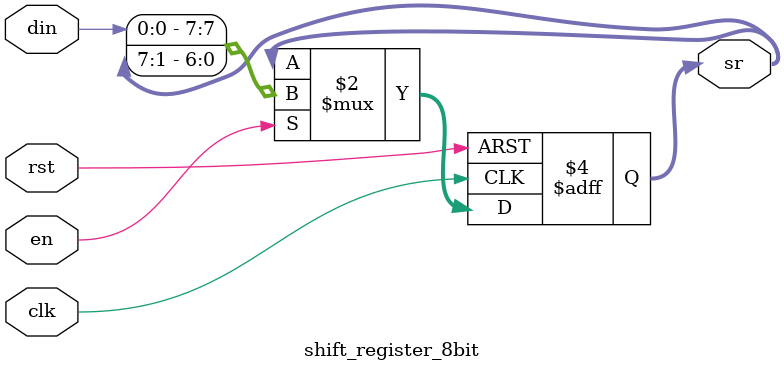
<source format=v>
module snaptest(
  input clk,
  input rst,
  input busy,
  input PS2_CLK,
  input PS2_DATA,
  output reg en,
  output reg cmd,
  output reg [7:0] data,
  output reg [7:0] LED
  );

  reg ps2cf;
  reg ps2df;

  reg en_sr_clk_filter;
  reg en_sr_data_filter;
  wire [7:0] ps2_clk_filter;
  wire [7:0] ps2_data_filter;

  shift_register_8bit S1 (
    .clk(clk),
    .rst(rst),
    .en(en_sr_clk_filter),
    .din(PS2_CLK),
    .sr(ps2_clk_filter)
    );

  shift_register_8bit S2 (
    .clk(clk),
    .rst(rst),
    .en(en_sr_data_filter),
    .din(PS2_DATA),
    .sr(ps2_data_filter)
    );

  always @ (*)
    if (PS2_CLK) en_sr_clk_filter <= 1'b1;

  always @ (posedge clk, posedge rst)
    if (rst)
      ps2cf <= 1'b1;  // idle state
    else
      if (ps2_clk_filter == 8'hff) ps2cf <= 1'b1;
      else if (ps2_clk_filter == 8'h00) ps2cf <= 0;

  always @ (*)
    if (PS2_DATA) en_sr_data_filter <= 1'b1;

  always @ (posedge clk, posedge rst)
    if (rst)
      ps2df <= 1'b1;  // idle state
    else
      if (ps2_data_filter == 8'hff) ps2df <= 1'b1;
      else if (ps2_data_filter == 8'h00) ps2df <= 0;

  wire en_sr_keyval1;
  wire en_sr_keyval2;
  wire en_sr_keyval3;

  wire [10:0] sr_val1;
  wire [10:0] sr_val2;
  wire [10:0] sr_val3;

  reg [7:0] keyval1;
  reg [7:0] keyval2;
  reg [7:0] keyval3;

  shift_register_11bit SE1 (
    .clk(clk),
    .rst(rst),
    .en(en_sr_keyval1),
    .din(ps2df),
    .sr(sr_val1)
    );

  shift_register_11bit SE2 (
    .clk(clk),
    .rst(rst),
    .en(en_sr_keyval2),
    .din(ps2df),
    .sr(sr_val2)
    );

  shift_register_11bit SE3 (
    .clk(clk),
    .rst(rst),
    .en(en_sr_keyval3),
    .din(ps2df),
    .sr(sr_val3)
    );

  reg [4:0] state;
  reg [3:0] bit_count;

  parameter IDLE = 5'd0;
  parameter WTCLKLO1 = 5'd1;
  parameter SHIFT1_IN = 5'd2;
  parameter WTCLKHI1 = 5'd3;
  parameter GETKEY1 = 5'd4;
  parameter WTCLKLO2 = 5'd5;
  parameter SHIFT2_IN = 5'd6;
  parameter WTCLKHI2 = 5'd7;
  parameter GETKEY2 = 5'd8;
  parameter BREAKEY = 5'd9;
  parameter WTCLKLO3 = 5'd10;
  parameter SHIFT3_IN = 5'd11;
  parameter WTCLKHI3 = 5'd12;
  parameter GETKEY3 = 5'd13;
  parameter SENDDATA = 5'd14;
  parameter SENDASCII = 5'd15;
  parameter SENDBACKSPACE = 5'd16;
  parameter SENDARROWKEY = 5'd17;

  always @ (posedge clk, posedge rst) begin
    if (rst) begin
      state <= 0;
    end
    else begin
      case (state)
        IDLE:
          if (ps2df) state <= IDLE;
          else state <= WTCLKLO1;
        WTCLKLO1:
          case (ps2cf)
            1'b0: state <= SHIFT1_IN;
            1'b1:
              if (bit_count == 11) state <= GETKEY1;
              else state <= WTCLKLO1;
          endcase
        SHIFT1_IN: state <= WTCLKHI1;
        WTCLKHI1:
          if (ps2cf) state <= WTCLKLO1;
          else state <= WTCLKHI1;
        GETKEY1: state <= WTCLKLO2;

		  WTCLKLO2:
          case (ps2cf)
            1'b0: state <= SHIFT2_IN;
            1'b1:
              if (bit_count == 11) state <= GETKEY2;
              else state <= WTCLKLO2;
          endcase
        SHIFT2_IN: state <= WTCLKHI2;
        WTCLKHI2:
          if (ps2cf) state <= WTCLKLO2;
          else state <= WTCLKHI2;
        GETKEY2: state <= BREAKEY;

        BREAKEY:
          if (keyval2 == 8'hF0)
            state <= WTCLKLO3;
          else
            if (keyval1 == 8'hE0)
              state <= WTCLKLO1;
            else
              state <= WTCLKLO2;

        WTCLKLO3:
          case (ps2cf)
            1'b0: state <= SHIFT3_IN;
            1'b1:
              if (bit_count == 11) state <= GETKEY3;
              else state <= WTCLKLO3;
          endcase
        SHIFT3_IN: state <= WTCLKHI3;
        WTCLKHI3:
          if (ps2cf) state <= WTCLKLO3;
          else state <= WTCLKHI3;
        GETKEY3: state <= SENDDATA;
		  SENDDATA:
			case (keyval3)
				8'h66: state <= SENDBACKSPACE;
				8'h75, 8'h6B, 8'h72, 8'h74: state <= SENDARROWKEY;
				default: state <= SENDASCII;
			endcase
		  SENDASCII, SENDARROWKEY, SENDBACKSPACE: state <= IDLE;
		endcase
    end
  end

  always @ (posedge clk, posedge rst) begin
    if (rst) begin
      bit_count <= 0;
    end
    else begin
      case (state)
        WTCLKHI1, WTCLKHI2, WTCLKHI3:
          if (ps2cf) bit_count <= bit_count + 1;
        GETKEY1, GETKEY2, GETKEY3:
          bit_count <= 0;
        default:
          bit_count <= bit_count;
      endcase
    end
  end

  assign en_sr_keyval1 = (state == SHIFT1_IN) ? 1'b1 : 0;
  assign en_sr_keyval2 = (state == SHIFT2_IN) ? 1'b1 : 0;
  assign en_sr_keyval3 = (state == SHIFT3_IN) ? 1'b1 : 0;

  always @ (posedge clk, posedge rst) begin
    if (rst)
      keyval1 <= 0;
    else
      if (state == GETKEY1)
        keyval1 <= sr_val1[9:1];
  end

  always @ (posedge clk, posedge rst) begin
    if (rst)
      keyval2 <= 0;
    else
      if (state == GETKEY2)
        keyval2 <= sr_val2[9:1];
  end

  always @ (posedge clk, posedge rst) begin
    if (rst)
      keyval3 <= 0;
    else
      if (state == GETKEY3)
        keyval3 <= sr_val3[9:1];
  end

	reg data_ready;
	always @ (*)
		if (state == SENDDATA)
			data_ready <= 1'b1;
		else
			data_ready <= 0;


	reg [7:0] ascii;
	reg ascii_read;
	reg backspace_read;
	reg arrowkey_read;
	reg caps_state;

	parameter CAPS_SMALL = 1'b0;
	parameter CAPS_LARGE = 1'b1;

	parameter caps_small_base = 8'h61;
	parameter caps_large_base = 8'h41;
	reg [7:0] caps_base;


	always @ (negedge clk, posedge rst) begin
		if (rst)
			caps_state <= 0;
		else
			if (ascii_read)
				case (caps_state)
					CAPS_SMALL:
						if (keyval3 == 8'h58) caps_state <= CAPS_LARGE;
						else caps_state <= CAPS_SMALL;
					CAPS_LARGE:
						if (keyval3 == 8'h58) caps_state <= CAPS_SMALL;
						else caps_state <= CAPS_LARGE;
				endcase
	end

	always @ (*)
		case (caps_state)
			CAPS_SMALL: caps_base <= caps_small_base;
			CAPS_LARGE: caps_base <= caps_large_base;
		endcase


	always @ (posedge clk, posedge rst) begin
		if (rst) begin
			ascii <= 0;
		end
		else begin
			if (state == SENDASCII) begin
				case(keyval3)
					8'h1C: ascii <= (caps_base + 0);	// a
					8'h32: ascii <= (caps_base + 1);	// b
					8'h21: ascii <= (caps_base + 2);	// c
					8'h23: ascii <= (caps_base + 3);	// d
					8'h24: ascii <= (caps_base + 4);	// e
					8'h2B: ascii <= (caps_base + 5);	// f
					8'h34: ascii <= (caps_base + 6);	// g
					8'h33: ascii <= (caps_base + 7);	// h
					8'h43: ascii <= (caps_base + 8);	// i
					8'h3B: ascii <= (caps_base + 9);	// j
					8'h42: ascii <= (caps_base + 10);	// k
					8'h4B: ascii <= (caps_base + 11);	// l
					8'h3A: ascii <= (caps_base + 12);	// m
					8'h31: ascii <= (caps_base + 13);	// n
					8'h44: ascii <= (caps_base + 14);	// o
					8'h4D: ascii <= (caps_base + 15);	// p
					8'h15: ascii <= (caps_base + 16);	// q
					8'h2D: ascii <= (caps_base + 17);	// r
					8'h1B: ascii <= (caps_base + 18);	// s
					8'h2C: ascii <= (caps_base + 19);	// t
					8'h3C: ascii <= (caps_base + 20);	// u
					8'h2A: ascii <= (caps_base + 21);	// v
					8'h1D: ascii <= (caps_base + 22);	// w
					8'h22: ascii <= (caps_base + 23);	// x
					8'h35: ascii <= (caps_base + 24);	// y
					8'h1A: ascii <= (caps_base + 25);	// z


					8'h45, 8'h70: ascii <= 8'h30;	// 0
					8'h16, 8'h69: ascii <= 8'h31;	// 1
					8'h1E, 8'h72: ascii <= 8'h32;	// 2
					8'h26, 8'h7A: ascii <= 8'h33;	// 3
					8'h25, 8'h6B: ascii <= 8'h34;	// 4
					8'h2E, 8'h73: ascii <= 8'h35;	// 5
					8'h36, 8'h74: ascii <= 8'h36;	// 6
					8'h3D, 8'h6C: ascii <= 8'h37;	// 7
					8'h3E, 8'h75: ascii <= 8'h38;	// 8
					8'h46, 8'h7D: ascii <= 8'h39;	// 9

					8'h29: ascii <= 8'h20;
					default: ascii <= 8'h41;
				endcase
			end
		end
	end

	always @ (*)
		if (state == SENDASCII)
			ascii_read <= 1'b1;
		else
			ascii_read <= 0;

	always @ (*)
		if (state == SENDBACKSPACE)
			backspace_read <= 1'b1;
		else
			backspace_read <= 0;

	always @ (*)
		if (state == SENDARROWKEY)
			arrowkey_read <= 1'b1;
		else
			arrowkey_read <= 0;

	assign caps_lock_make_code = (keyval3 == 8'h58) ? 1'b1 : 0;

  parameter S_IDLE = 5'd0;
  parameter S_2 = 5'd2;
  parameter S_ASCII = 5'd3;
  parameter S_WRASCII1 = 5'd4;
  parameter S_WRASCII2 = 5'd5;
  parameter S_WRASCII3 = 5'd6;
  parameter S_CNT16 = 5'd7;
  parameter S_CNT32 = 5'd8;
  parameter S_BACKSPACE = 5'd9;
  parameter S_MOVEADDRLOWRIGHTA = 5'd10;
  parameter S_MOVEADDRLOWRIGHTB = 5'd11;
  parameter S_MOVEADDRLEFTA = 5'd12;
  parameter S_WRSPACE = 5'd13;
  parameter S_MOVEADDRLEFTB = 5'd14;
  parameter S_ARROWKEY = 5'd15;
  parameter S_MOVEADDRARWUP = 5'd16;
  parameter S_MOVEADDRARWDOWN = 5'd17;
  parameter S_MOVEADDRARWLEFT = 5'd18;
  parameter S_MOVEADDRARWRIGHT = 5'd19;

  reg [4:0] data_controller_state;
  reg [5:0] char_count;

  always@(posedge clk)
    if (rst)
      data_controller_state <= S_IDLE;
    else
      case(data_controller_state)
        S_IDLE:
    			if (!caps_lock_make_code)
    				case ({busy, data_ready})
    					2'b10: data_controller_state <= S_IDLE;
    					2'b01: data_controller_state <= S_2;
    					default: data_controller_state <= S_IDLE;
    				endcase
    			else
    				data_controller_state <= S_IDLE;
      S_2:
  			if (backspace_read)
  				data_controller_state <= S_BACKSPACE;
  			else if (ascii_read)
  				data_controller_state <= S_ASCII;
  			else if (arrowkey_read)
  				data_controller_state <= S_ARROWKEY;
      S_ASCII:
        if (char_count == 6'd16)
          data_controller_state <= S_CNT16;
        else if (char_count == 6'd32)
          data_controller_state <= S_CNT32;
        else
          data_controller_state <= S_WRASCII1;
		  S_WRASCII1: data_controller_state <= S_WRASCII2;
		  S_WRASCII2:
  			if (!busy)
  				data_controller_state <= S_WRASCII3;
  			else
  				data_controller_state <= S_WRASCII2;
		  S_WRASCII3:
        case (char_count)
          6'd32: data_controller_state <= S_CNT32;
          default: data_controller_state <= S_IDLE;
        endcase
		  S_CNT16: data_controller_state <= S_WRASCII1;
		  S_CNT32: data_controller_state <= S_WRASCII1;

		  S_BACKSPACE:
  			if (char_count == 0)
  				data_controller_state <= S_MOVEADDRLOWRIGHTA;
  			else
  				data_controller_state <= S_MOVEADDRLEFTA;

		  S_MOVEADDRLEFTA: data_controller_state <= S_WRSPACE;
		  S_MOVEADDRLOWRIGHTA: data_controller_state <= S_WRSPACE;
		  S_WRSPACE:
  			if (char_count == 0)
  				data_controller_state <= S_MOVEADDRLOWRIGHTB;
  			else
  				data_controller_state <= S_MOVEADDRLEFTB;
		  S_MOVEADDRLEFTB: data_controller_state <= S_IDLE;
		  S_MOVEADDRLOWRIGHTB: data_controller_state <= S_IDLE;

		  S_ARROWKEY:
        case (keyval3)
          8'h75: data_controller_state <= S_MOVEADDRARWUP;
          8'h72: data_controller_state <= S_MOVEADDRARWDOWN;
          8'h6B: data_controller_state <= S_MOVEADDRARWLEFT;
          8'h74: data_controller_state <= S_MOVEADDRARWRIGHT;
        endcase

      S_MOVEADDRARWUP: data_controller_state <= S_IDLE;
      S_MOVEADDRARWDOWN: data_controller_state <= S_IDLE;
      S_MOVEADDRARWLEFT: data_controller_state <= S_IDLE;
      S_MOVEADDRARWRIGHT: data_controller_state <= S_IDLE;
		endcase

  reg [5:0] char_count_sub;
  reg line_bit;

	// line_bit signal
	always @ (*)
    if (char_count <= 6'd16)
      line_bit <= 0;
    else
      line_bit <= 1'b1;

	// char_count_sub signal
	always @ (*)
    if (char_count <= 6'd16)
      char_count_sub <= 6'd1;
    else
      char_count_sub <= 6'd17;

	// {cmd,data} output
  always@(posedge clk)
    if (rst) begin
      {cmd,data} <= 0;
    end
    else
		case (data_controller_state)
			S_WRASCII3: {cmd,data} <= {1'b0, ascii};
			S_CNT16: {cmd,data} <= {1'b1, 8'hC0};
			S_CNT32: {cmd,data} <= {1'b1, 8'h80};
			S_MOVEADDRLEFTA, S_MOVEADDRLEFTB: {cmd, data} <= {1'b1, 1'b1, line_bit, char_count[5:0] - char_count_sub};
			S_WRSPACE: {cmd, data} <= {1'b0, 8'h20};
			S_MOVEADDRLOWRIGHTA, S_MOVEADDRLOWRIGHTB:
				{cmd, data} <= {1'b1, 8'hCF};
      S_MOVEADDRARWUP, S_MOVEADDRARWDOWN:
        if (line_bit)
          // char_count_sub here is 6'd17
          {cmd, data} <= {1'b1, 2'b10, char_count[5:0] - char_count_sub + 6'd1};
        else
          {cmd, data} <= {1'b1, 2'b11, char_count[5:0]};

      S_MOVEADDRARWLEFT:
        if (char_count == 6'd16)
          {cmd, data} <= {1'b1, 8'h8F};
        else if (char_count == 6'd32)
          {cmd, data} <= {1'b1, 8'hCF};
        else
          {cmd, data} <= {1'b1, 1'b1, line_bit, char_count[5:0] - char_count_sub};
      S_MOVEADDRARWRIGHT:
        if (char_count == 6'd16)
          {cmd, data} <= {1'b1, 8'hC0};
        else if (char_count == 6'd32)
          {cmd, data} <= {1'b1, 8'h80};
        else
          {cmd, data} <= {1'b1, 1'b1, line_bit, char_count[5:0] - char_count_sub + 1'd1};
		endcase

	// en output
  always @ (posedge clk)
    if (rst)
      en <= 0;
    else
		case (data_controller_state)
			S_WRASCII3, S_CNT16, S_CNT32, S_MOVEADDRLEFTA, S_MOVEADDRLEFTB,
			S_WRSPACE, S_MOVEADDRLOWRIGHTA, S_MOVEADDRLOWRIGHTB,
      S_MOVEADDRARWUP, S_MOVEADDRARWDOWN, S_MOVEADDRARWLEFT, S_MOVEADDRARWRIGHT:
				en <= 1'b1;
			default:
				en <= 0;
		endcase

	always @ (posedge clk, posedge rst) begin
		if (rst)
			char_count <= 0;
		else
			case (data_controller_state)
				S_WRASCII3: char_count <= char_count + 1;
				S_CNT32: char_count <= 0;
				S_MOVEADDRLEFTB: char_count <= char_count - 1;
        S_MOVEADDRLOWRIGHTB: char_count <= 6'd31;
        S_MOVEADDRARWUP, S_MOVEADDRARWDOWN:
          if (char_count > 16)
            char_count <= char_count - 6'd16;
          else
            char_count <= char_count + 6'd16;
        S_MOVEADDRARWLEFT:
          if (char_count == 6'd0)
            char_count <= 6'd31;
          else
            char_count <= char_count - 1;
        S_MOVEADDRARWRIGHT: char_count <= char_count + 1;
			endcase
	end

	always @ (posedge clk, posedge rst) begin
    if (rst)
      LED <= 0;
    else
		  LED <= char_count;
  end
endmodule

module shift_register_11bit(
  input clk,
  input rst,
  input en,
  input din,
  output reg [10:0] sr
  );

  always @ (posedge clk, posedge rst)
    if (rst)
      sr <= 0;
    else
      if (en)
        sr <= {din, sr[10:1]};
endmodule

module shift_register_8bit(
  input clk,
  input rst,
  input en,
  input din,
  output reg [7:0] sr
  );

  always @ (posedge clk, posedge rst)
    if (rst)
      sr <= 8'hff;
    else
      if (en)
        sr <= {din, sr[7:1]};

endmodule
</source>
